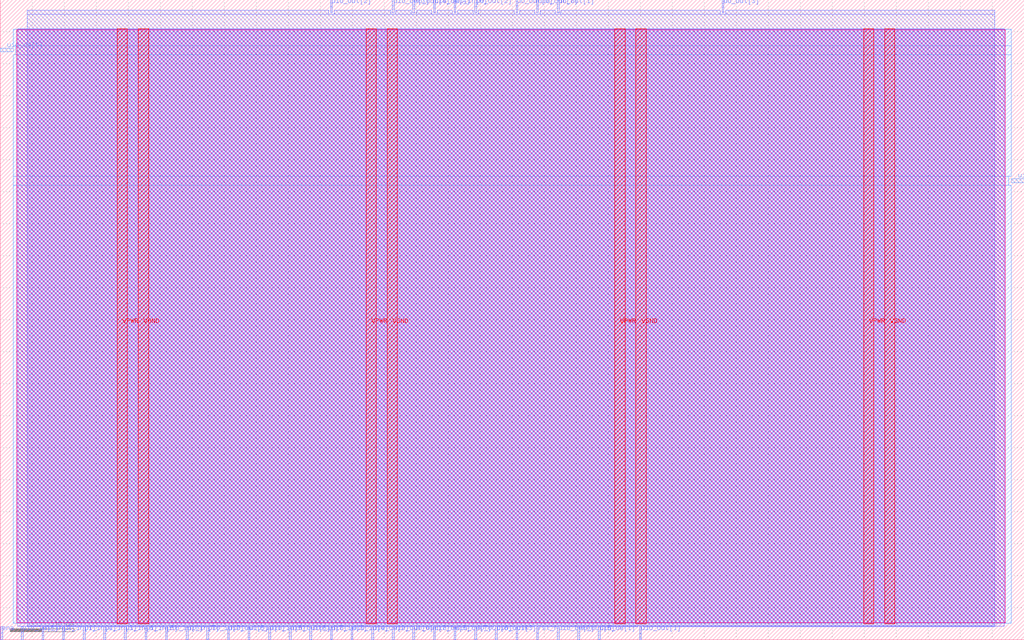
<source format=lef>
VERSION 5.7 ;
  NOWIREEXTENSIONATPIN ON ;
  DIVIDERCHAR "/" ;
  BUSBITCHARS "[]" ;
MACRO stoplight_example
  CLASS BLOCK ;
  FOREIGN stoplight_example ;
  ORIGIN 0.000 0.000 ;
  SIZE 160.000 BY 100.000 ;
  PIN VGND
    DIRECTION INOUT ;
    USE GROUND ;
    PORT
      LAYER met4 ;
        RECT 21.580 2.480 23.180 95.440 ;
    END
    PORT
      LAYER met4 ;
        RECT 60.450 2.480 62.050 95.440 ;
    END
    PORT
      LAYER met4 ;
        RECT 99.320 2.480 100.920 95.440 ;
    END
    PORT
      LAYER met4 ;
        RECT 138.190 2.480 139.790 95.440 ;
    END
  END VGND
  PIN VPWR
    DIRECTION INOUT ;
    USE POWER ;
    PORT
      LAYER met4 ;
        RECT 18.280 2.480 19.880 95.440 ;
    END
    PORT
      LAYER met4 ;
        RECT 57.150 2.480 58.750 95.440 ;
    END
    PORT
      LAYER met4 ;
        RECT 96.020 2.480 97.620 95.440 ;
    END
    PORT
      LAYER met4 ;
        RECT 134.890 2.480 136.490 95.440 ;
    END
  END VPWR
  PIN clk
    DIRECTION INPUT ;
    USE SIGNAL ;
    ANTENNAGATEAREA 0.852000 ;
    PORT
      LAYER met2 ;
        RECT 80.590 0.000 80.870 2.000 ;
    END
  END clk
  PIN ena
    DIRECTION INPUT ;
    USE SIGNAL ;
    PORT
      LAYER met2 ;
        RECT 0.090 0.000 0.370 2.000 ;
    END
  END ena
  PIN rst_n
    DIRECTION INPUT ;
    USE SIGNAL ;
    ANTENNAGATEAREA 0.196500 ;
    PORT
      LAYER met2 ;
        RECT 83.810 0.000 84.090 2.000 ;
    END
  END rst_n
  PIN ui_in[0]
    DIRECTION INPUT ;
    USE SIGNAL ;
    ANTENNAGATEAREA 0.196500 ;
    PORT
      LAYER met2 ;
        RECT 70.930 98.000 71.210 100.000 ;
    END
  END ui_in[0]
  PIN ui_in[1]
    DIRECTION INPUT ;
    USE SIGNAL ;
    PORT
      LAYER met2 ;
        RECT 9.750 0.000 10.030 2.000 ;
    END
  END ui_in[1]
  PIN ui_in[2]
    DIRECTION INPUT ;
    USE SIGNAL ;
    PORT
      LAYER met2 ;
        RECT 6.530 0.000 6.810 2.000 ;
    END
  END ui_in[2]
  PIN ui_in[3]
    DIRECTION INPUT ;
    USE SIGNAL ;
    PORT
      LAYER met2 ;
        RECT 16.190 0.000 16.470 2.000 ;
    END
  END ui_in[3]
  PIN ui_in[4]
    DIRECTION INPUT ;
    USE SIGNAL ;
    PORT
      LAYER met2 ;
        RECT 12.970 0.000 13.250 2.000 ;
    END
  END ui_in[4]
  PIN ui_in[5]
    DIRECTION INPUT ;
    USE SIGNAL ;
    PORT
      LAYER met2 ;
        RECT 22.630 0.000 22.910 2.000 ;
    END
  END ui_in[5]
  PIN ui_in[6]
    DIRECTION INPUT ;
    USE SIGNAL ;
    PORT
      LAYER met2 ;
        RECT 19.410 0.000 19.690 2.000 ;
    END
  END ui_in[6]
  PIN ui_in[7]
    DIRECTION INPUT ;
    USE SIGNAL ;
    PORT
      LAYER met2 ;
        RECT 29.070 0.000 29.350 2.000 ;
    END
  END ui_in[7]
  PIN uio_in[0]
    DIRECTION INPUT ;
    USE SIGNAL ;
    PORT
      LAYER met2 ;
        RECT 25.850 0.000 26.130 2.000 ;
    END
  END uio_in[0]
  PIN uio_in[1]
    DIRECTION INPUT ;
    USE SIGNAL ;
    PORT
      LAYER met2 ;
        RECT 38.730 0.000 39.010 2.000 ;
    END
  END uio_in[1]
  PIN uio_in[2]
    DIRECTION INPUT ;
    USE SIGNAL ;
    PORT
      LAYER met2 ;
        RECT 32.290 0.000 32.570 2.000 ;
    END
  END uio_in[2]
  PIN uio_in[3]
    DIRECTION INPUT ;
    USE SIGNAL ;
    PORT
      LAYER met2 ;
        RECT 51.610 0.000 51.890 2.000 ;
    END
  END uio_in[3]
  PIN uio_in[4]
    DIRECTION INPUT ;
    USE SIGNAL ;
    PORT
      LAYER met2 ;
        RECT 54.830 0.000 55.110 2.000 ;
    END
  END uio_in[4]
  PIN uio_in[5]
    DIRECTION INPUT ;
    USE SIGNAL ;
    PORT
      LAYER met2 ;
        RECT 41.950 0.000 42.230 2.000 ;
    END
  END uio_in[5]
  PIN uio_in[6]
    DIRECTION INPUT ;
    USE SIGNAL ;
    PORT
      LAYER met2 ;
        RECT 3.310 0.000 3.590 2.000 ;
    END
  END uio_in[6]
  PIN uio_in[7]
    DIRECTION INPUT ;
    USE SIGNAL ;
    PORT
      LAYER met2 ;
        RECT 48.390 0.000 48.670 2.000 ;
    END
  END uio_in[7]
  PIN uio_oe[0]
    DIRECTION OUTPUT ;
    USE SIGNAL ;
    PORT
      LAYER met2 ;
        RECT 87.030 0.000 87.310 2.000 ;
    END
  END uio_oe[0]
  PIN uio_oe[1]
    DIRECTION OUTPUT ;
    USE SIGNAL ;
    PORT
      LAYER met2 ;
        RECT 93.470 0.000 93.750 2.000 ;
    END
  END uio_oe[1]
  PIN uio_oe[2]
    DIRECTION OUTPUT ;
    USE SIGNAL ;
    PORT
      LAYER met2 ;
        RECT 58.050 0.000 58.330 2.000 ;
    END
  END uio_oe[2]
  PIN uio_oe[3]
    DIRECTION OUTPUT ;
    USE SIGNAL ;
    PORT
      LAYER met2 ;
        RECT 61.270 98.000 61.550 100.000 ;
    END
  END uio_oe[3]
  PIN uio_oe[4]
    DIRECTION OUTPUT ;
    USE SIGNAL ;
    PORT
      LAYER met2 ;
        RECT 67.710 98.000 67.990 100.000 ;
    END
  END uio_oe[4]
  PIN uio_oe[5]
    DIRECTION OUTPUT ;
    USE SIGNAL ;
    PORT
      LAYER met2 ;
        RECT 67.710 0.000 67.990 2.000 ;
    END
  END uio_oe[5]
  PIN uio_oe[6]
    DIRECTION OUTPUT ;
    USE SIGNAL ;
    PORT
      LAYER met3 ;
        RECT 0.000 91.840 2.000 92.440 ;
    END
  END uio_oe[6]
  PIN uio_oe[7]
    DIRECTION OUTPUT ;
    USE SIGNAL ;
    PORT
      LAYER met2 ;
        RECT 70.930 0.000 71.210 2.000 ;
    END
  END uio_oe[7]
  PIN uio_out[0]
    DIRECTION OUTPUT ;
    USE SIGNAL ;
    PORT
      LAYER met2 ;
        RECT 61.270 0.000 61.550 2.000 ;
    END
  END uio_out[0]
  PIN uio_out[1]
    DIRECTION OUTPUT ;
    USE SIGNAL ;
    PORT
      LAYER met2 ;
        RECT 99.910 0.000 100.190 2.000 ;
    END
  END uio_out[1]
  PIN uio_out[2]
    DIRECTION OUTPUT ;
    USE SIGNAL ;
    PORT
      LAYER met2 ;
        RECT 51.610 98.000 51.890 100.000 ;
    END
  END uio_out[2]
  PIN uio_out[3]
    DIRECTION OUTPUT ;
    USE SIGNAL ;
    PORT
      LAYER met2 ;
        RECT 77.370 0.000 77.650 2.000 ;
    END
  END uio_out[3]
  PIN uio_out[4]
    DIRECTION OUTPUT ;
    USE SIGNAL ;
    PORT
      LAYER met3 ;
        RECT 158.000 71.440 160.000 72.040 ;
    END
  END uio_out[4]
  PIN uio_out[5]
    DIRECTION OUTPUT ;
    USE SIGNAL ;
    PORT
      LAYER met2 ;
        RECT 35.510 0.000 35.790 2.000 ;
    END
  END uio_out[5]
  PIN uio_out[6]
    DIRECTION OUTPUT ;
    USE SIGNAL ;
    PORT
      LAYER met2 ;
        RECT 45.170 0.000 45.450 2.000 ;
    END
  END uio_out[6]
  PIN uio_out[7]
    DIRECTION OUTPUT ;
    USE SIGNAL ;
    PORT
      LAYER met2 ;
        RECT 83.810 98.000 84.090 100.000 ;
    END
  END uio_out[7]
  PIN uo_out[0]
    DIRECTION OUTPUT ;
    USE SIGNAL ;
    ANTENNADIFFAREA 0.445500 ;
    PORT
      LAYER met2 ;
        RECT 80.590 98.000 80.870 100.000 ;
    END
  END uo_out[0]
  PIN uo_out[1]
    DIRECTION OUTPUT ;
    USE SIGNAL ;
    ANTENNADIFFAREA 0.445500 ;
    PORT
      LAYER met2 ;
        RECT 87.030 98.000 87.310 100.000 ;
    END
  END uo_out[1]
  PIN uo_out[2]
    DIRECTION OUTPUT ;
    USE SIGNAL ;
    ANTENNADIFFAREA 0.445500 ;
    PORT
      LAYER met2 ;
        RECT 74.150 98.000 74.430 100.000 ;
    END
  END uo_out[2]
  PIN uo_out[3]
    DIRECTION OUTPUT ;
    USE SIGNAL ;
    PORT
      LAYER met2 ;
        RECT 112.790 98.000 113.070 100.000 ;
    END
  END uo_out[3]
  PIN uo_out[4]
    DIRECTION OUTPUT ;
    USE SIGNAL ;
    PORT
      LAYER met2 ;
        RECT 64.490 98.000 64.770 100.000 ;
    END
  END uo_out[4]
  PIN uo_out[5]
    DIRECTION OUTPUT ;
    USE SIGNAL ;
    PORT
      LAYER met2 ;
        RECT 90.250 0.000 90.530 2.000 ;
    END
  END uo_out[5]
  PIN uo_out[6]
    DIRECTION OUTPUT ;
    USE SIGNAL ;
    PORT
      LAYER met2 ;
        RECT 74.150 0.000 74.430 2.000 ;
    END
  END uo_out[6]
  PIN uo_out[7]
    DIRECTION OUTPUT ;
    USE SIGNAL ;
    PORT
      LAYER met2 ;
        RECT 64.490 0.000 64.770 2.000 ;
    END
  END uo_out[7]
  OBS
      LAYER nwell ;
        RECT 2.570 2.635 157.050 95.285 ;
      LAYER li1 ;
        RECT 2.760 2.635 156.860 95.285 ;
      LAYER met1 ;
        RECT 2.760 2.080 156.860 95.440 ;
      LAYER met2 ;
        RECT 4.230 97.720 51.330 98.330 ;
        RECT 52.170 97.720 60.990 98.330 ;
        RECT 61.830 97.720 64.210 98.330 ;
        RECT 65.050 97.720 67.430 98.330 ;
        RECT 68.270 97.720 70.650 98.330 ;
        RECT 71.490 97.720 73.870 98.330 ;
        RECT 74.710 97.720 80.310 98.330 ;
        RECT 81.150 97.720 83.530 98.330 ;
        RECT 84.370 97.720 86.750 98.330 ;
        RECT 87.590 97.720 112.510 98.330 ;
        RECT 113.350 97.720 155.390 98.330 ;
        RECT 4.230 2.280 155.390 97.720 ;
        RECT 4.230 2.000 6.250 2.280 ;
        RECT 7.090 2.000 9.470 2.280 ;
        RECT 10.310 2.000 12.690 2.280 ;
        RECT 13.530 2.000 15.910 2.280 ;
        RECT 16.750 2.000 19.130 2.280 ;
        RECT 19.970 2.000 22.350 2.280 ;
        RECT 23.190 2.000 25.570 2.280 ;
        RECT 26.410 2.000 28.790 2.280 ;
        RECT 29.630 2.000 32.010 2.280 ;
        RECT 32.850 2.000 35.230 2.280 ;
        RECT 36.070 2.000 38.450 2.280 ;
        RECT 39.290 2.000 41.670 2.280 ;
        RECT 42.510 2.000 44.890 2.280 ;
        RECT 45.730 2.000 48.110 2.280 ;
        RECT 48.950 2.000 51.330 2.280 ;
        RECT 52.170 2.000 54.550 2.280 ;
        RECT 55.390 2.000 57.770 2.280 ;
        RECT 58.610 2.000 60.990 2.280 ;
        RECT 61.830 2.000 64.210 2.280 ;
        RECT 65.050 2.000 67.430 2.280 ;
        RECT 68.270 2.000 70.650 2.280 ;
        RECT 71.490 2.000 73.870 2.280 ;
        RECT 74.710 2.000 77.090 2.280 ;
        RECT 77.930 2.000 80.310 2.280 ;
        RECT 81.150 2.000 83.530 2.280 ;
        RECT 84.370 2.000 86.750 2.280 ;
        RECT 87.590 2.000 89.970 2.280 ;
        RECT 90.810 2.000 93.190 2.280 ;
        RECT 94.030 2.000 99.630 2.280 ;
        RECT 100.470 2.000 155.390 2.280 ;
      LAYER met3 ;
        RECT 2.000 92.840 158.000 95.365 ;
        RECT 2.400 91.440 158.000 92.840 ;
        RECT 2.000 72.440 158.000 91.440 ;
        RECT 2.000 71.040 157.600 72.440 ;
        RECT 2.000 2.555 158.000 71.040 ;
  END
END stoplight_example
END LIBRARY


</source>
